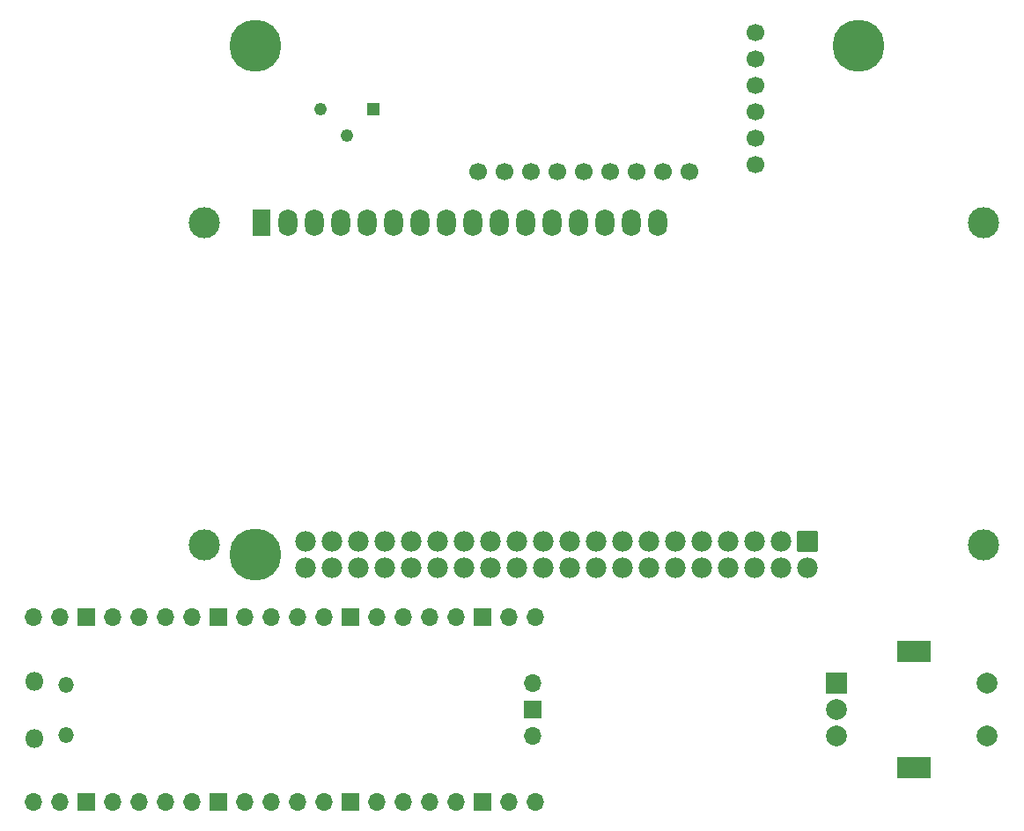
<source format=gbr>
%TF.GenerationSoftware,KiCad,Pcbnew,(6.0.7)*%
%TF.CreationDate,2022-10-15T00:00:42+09:00*%
%TF.ProjectId,minidexed shield,6d696e69-6465-4786-9564-20736869656c,rev?*%
%TF.SameCoordinates,Original*%
%TF.FileFunction,Soldermask,Bot*%
%TF.FilePolarity,Negative*%
%FSLAX46Y46*%
G04 Gerber Fmt 4.6, Leading zero omitted, Abs format (unit mm)*
G04 Created by KiCad (PCBNEW (6.0.7)) date 2022-10-15 00:00:42*
%MOMM*%
%LPD*%
G01*
G04 APERTURE LIST*
G04 Aperture macros list*
%AMRoundRect*
0 Rectangle with rounded corners*
0 $1 Rounding radius*
0 $2 $3 $4 $5 $6 $7 $8 $9 X,Y pos of 4 corners*
0 Add a 4 corners polygon primitive as box body*
4,1,4,$2,$3,$4,$5,$6,$7,$8,$9,$2,$3,0*
0 Add four circle primitives for the rounded corners*
1,1,$1+$1,$2,$3*
1,1,$1+$1,$4,$5*
1,1,$1+$1,$6,$7*
1,1,$1+$1,$8,$9*
0 Add four rect primitives between the rounded corners*
20,1,$1+$1,$2,$3,$4,$5,0*
20,1,$1+$1,$4,$5,$6,$7,0*
20,1,$1+$1,$6,$7,$8,$9,0*
20,1,$1+$1,$8,$9,$2,$3,0*%
G04 Aperture macros list end*
%ADD10R,2.000000X2.000000*%
%ADD11C,2.000000*%
%ADD12R,3.200000X2.000000*%
%ADD13C,3.000000*%
%ADD14R,1.800000X2.600000*%
%ADD15O,1.800000X2.600000*%
%ADD16O,1.500000X1.500000*%
%ADD17O,1.800000X1.800000*%
%ADD18O,1.700000X1.700000*%
%ADD19R,1.700000X1.700000*%
%ADD20C,1.700000*%
%ADD21R,1.222000X1.222000*%
%ADD22C,1.222000*%
%ADD23C,5.000000*%
%ADD24RoundRect,0.101600X0.889000X0.889000X-0.889000X0.889000X-0.889000X-0.889000X0.889000X-0.889000X0*%
%ADD25C,1.981200*%
G04 APERTURE END LIST*
D10*
%TO.C,SW1*%
X173100000Y-124740000D03*
D11*
X173100000Y-129740000D03*
X173100000Y-127240000D03*
D12*
X180600000Y-121640000D03*
X180600000Y-132840000D03*
D11*
X187600000Y-129740000D03*
X187600000Y-124740000D03*
%TD*%
D13*
%TO.C,DS1*%
X112290900Y-111400700D03*
X187289480Y-111400700D03*
X112290900Y-80400000D03*
X187290000Y-80400000D03*
D14*
X117790000Y-80400000D03*
D15*
X120330000Y-80400000D03*
X122870000Y-80400000D03*
X125410000Y-80400000D03*
X127950000Y-80400000D03*
X130490000Y-80400000D03*
X133030000Y-80400000D03*
X135570000Y-80400000D03*
X138110000Y-80400000D03*
X140650000Y-80400000D03*
X143190000Y-80400000D03*
X145730000Y-80400000D03*
X148270000Y-80400000D03*
X150810000Y-80400000D03*
X153350000Y-80400000D03*
X155890000Y-80400000D03*
%TD*%
D16*
%TO.C,U1*%
X99030000Y-129705000D03*
X99030000Y-124855000D03*
D17*
X96000000Y-124555000D03*
X96000000Y-130005000D03*
D18*
X95870000Y-136170000D03*
X98410000Y-136170000D03*
D19*
X100950000Y-136170000D03*
D18*
X103490000Y-136170000D03*
X106030000Y-136170000D03*
X108570000Y-136170000D03*
X111110000Y-136170000D03*
D19*
X113650000Y-136170000D03*
D18*
X116190000Y-136170000D03*
X118730000Y-136170000D03*
X121270000Y-136170000D03*
X123810000Y-136170000D03*
D19*
X126350000Y-136170000D03*
D18*
X128890000Y-136170000D03*
X131430000Y-136170000D03*
X133970000Y-136170000D03*
X136510000Y-136170000D03*
D19*
X139050000Y-136170000D03*
D18*
X141590000Y-136170000D03*
X144130000Y-136170000D03*
X144130000Y-118390000D03*
X141590000Y-118390000D03*
D19*
X139050000Y-118390000D03*
D18*
X136510000Y-118390000D03*
X133970000Y-118390000D03*
X131430000Y-118390000D03*
X128890000Y-118390000D03*
D19*
X126350000Y-118390000D03*
D18*
X123810000Y-118390000D03*
X121270000Y-118390000D03*
X118730000Y-118390000D03*
X116190000Y-118390000D03*
D19*
X113650000Y-118390000D03*
D18*
X111110000Y-118390000D03*
X108570000Y-118390000D03*
X106030000Y-118390000D03*
X103490000Y-118390000D03*
D19*
X100950000Y-118390000D03*
D18*
X98410000Y-118390000D03*
X95870000Y-118390000D03*
X143900000Y-129820000D03*
D19*
X143900000Y-127280000D03*
D18*
X143900000Y-124740000D03*
%TD*%
D20*
%TO.C,A1*%
X165355000Y-74860000D03*
X165355000Y-72320000D03*
X165355000Y-69780000D03*
X165355000Y-67240000D03*
X165355000Y-64700000D03*
X165355000Y-62160000D03*
X138685000Y-75495000D03*
X141225000Y-75495000D03*
X143765000Y-75495000D03*
X146305000Y-75495000D03*
X148845000Y-75495000D03*
X151385000Y-75495000D03*
X153925000Y-75495000D03*
X156465000Y-75495000D03*
X159005000Y-75495000D03*
%TD*%
D21*
%TO.C,RV1*%
X128600000Y-69490000D03*
D22*
X126060000Y-72030000D03*
X123520000Y-69490000D03*
%TD*%
D23*
%TO.C,X1*%
X117200000Y-63380000D03*
X175200000Y-63380000D03*
X117200000Y-112380000D03*
D24*
X170330000Y-111110000D03*
D25*
X170330000Y-113650000D03*
X167790000Y-111110000D03*
X167790000Y-113650000D03*
X165250000Y-111110000D03*
X165250000Y-113650000D03*
X162710000Y-111110000D03*
X162710000Y-113650000D03*
X160170000Y-111110000D03*
X160170000Y-113650000D03*
X157630000Y-111110000D03*
X157630000Y-113650000D03*
X155090000Y-111110000D03*
X155090000Y-113650000D03*
X152550000Y-111110000D03*
X152550000Y-113650000D03*
X150010000Y-111110000D03*
X150010000Y-113650000D03*
X147470000Y-111110000D03*
X147470000Y-113650000D03*
X144930000Y-111110000D03*
X144930000Y-113650000D03*
X142390000Y-111110000D03*
X142390000Y-113650000D03*
X139850000Y-111110000D03*
X139850000Y-113650000D03*
X137310000Y-111110000D03*
X137310000Y-113650000D03*
X134770000Y-111110000D03*
X134770000Y-113650000D03*
X132230000Y-111110000D03*
X132230000Y-113650000D03*
X129690000Y-111110000D03*
X129690000Y-113650000D03*
X127150000Y-111110000D03*
X127150000Y-113650000D03*
X124610000Y-111110000D03*
X124610000Y-113650000D03*
X122070000Y-111110000D03*
X122070000Y-113650000D03*
%TD*%
M02*

</source>
